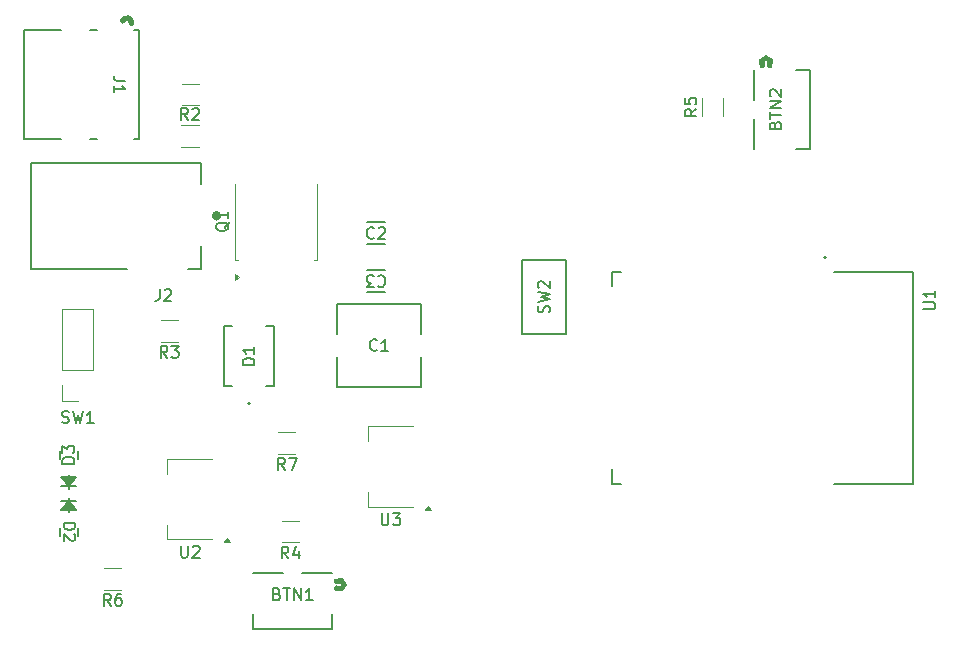
<source format=gbr>
%TF.GenerationSoftware,KiCad,Pcbnew,8.0.6*%
%TF.CreationDate,2024-11-07T12:24:51-05:00*%
%TF.ProjectId,ESP32-Uno-Board-v2,45535033-322d-4556-9e6f-2d426f617264,rev?*%
%TF.SameCoordinates,Original*%
%TF.FileFunction,Legend,Top*%
%TF.FilePolarity,Positive*%
%FSLAX46Y46*%
G04 Gerber Fmt 4.6, Leading zero omitted, Abs format (unit mm)*
G04 Created by KiCad (PCBNEW 8.0.6) date 2024-11-07 12:24:51*
%MOMM*%
%LPD*%
G01*
G04 APERTURE LIST*
%ADD10C,0.150000*%
%ADD11C,0.152400*%
%ADD12C,0.120000*%
%ADD13C,0.508000*%
%ADD14C,0.127000*%
%ADD15C,0.200000*%
%ADD16C,0.400000*%
G04 APERTURE END LIST*
D10*
X138833333Y-119609580D02*
X138785714Y-119657200D01*
X138785714Y-119657200D02*
X138642857Y-119704819D01*
X138642857Y-119704819D02*
X138547619Y-119704819D01*
X138547619Y-119704819D02*
X138404762Y-119657200D01*
X138404762Y-119657200D02*
X138309524Y-119561961D01*
X138309524Y-119561961D02*
X138261905Y-119466723D01*
X138261905Y-119466723D02*
X138214286Y-119276247D01*
X138214286Y-119276247D02*
X138214286Y-119133390D01*
X138214286Y-119133390D02*
X138261905Y-118942914D01*
X138261905Y-118942914D02*
X138309524Y-118847676D01*
X138309524Y-118847676D02*
X138404762Y-118752438D01*
X138404762Y-118752438D02*
X138547619Y-118704819D01*
X138547619Y-118704819D02*
X138642857Y-118704819D01*
X138642857Y-118704819D02*
X138785714Y-118752438D01*
X138785714Y-118752438D02*
X138833333Y-118800057D01*
X139214286Y-118800057D02*
X139261905Y-118752438D01*
X139261905Y-118752438D02*
X139357143Y-118704819D01*
X139357143Y-118704819D02*
X139595238Y-118704819D01*
X139595238Y-118704819D02*
X139690476Y-118752438D01*
X139690476Y-118752438D02*
X139738095Y-118800057D01*
X139738095Y-118800057D02*
X139785714Y-118895295D01*
X139785714Y-118895295D02*
X139785714Y-118990533D01*
X139785714Y-118990533D02*
X139738095Y-119133390D01*
X139738095Y-119133390D02*
X139166667Y-119704819D01*
X139166667Y-119704819D02*
X139785714Y-119704819D01*
X126580057Y-118305238D02*
X126532438Y-118400476D01*
X126532438Y-118400476D02*
X126437200Y-118495714D01*
X126437200Y-118495714D02*
X126294342Y-118638571D01*
X126294342Y-118638571D02*
X126246723Y-118733809D01*
X126246723Y-118733809D02*
X126246723Y-118829047D01*
X126484819Y-118781428D02*
X126437200Y-118876666D01*
X126437200Y-118876666D02*
X126341961Y-118971904D01*
X126341961Y-118971904D02*
X126151485Y-119019523D01*
X126151485Y-119019523D02*
X125818152Y-119019523D01*
X125818152Y-119019523D02*
X125627676Y-118971904D01*
X125627676Y-118971904D02*
X125532438Y-118876666D01*
X125532438Y-118876666D02*
X125484819Y-118781428D01*
X125484819Y-118781428D02*
X125484819Y-118590952D01*
X125484819Y-118590952D02*
X125532438Y-118495714D01*
X125532438Y-118495714D02*
X125627676Y-118400476D01*
X125627676Y-118400476D02*
X125818152Y-118352857D01*
X125818152Y-118352857D02*
X126151485Y-118352857D01*
X126151485Y-118352857D02*
X126341961Y-118400476D01*
X126341961Y-118400476D02*
X126437200Y-118495714D01*
X126437200Y-118495714D02*
X126484819Y-118590952D01*
X126484819Y-118590952D02*
X126484819Y-118781428D01*
X126484819Y-117400476D02*
X126484819Y-117971904D01*
X126484819Y-117686190D02*
X125484819Y-117686190D01*
X125484819Y-117686190D02*
X125627676Y-117781428D01*
X125627676Y-117781428D02*
X125722914Y-117876666D01*
X125722914Y-117876666D02*
X125770533Y-117971904D01*
X116533333Y-150774819D02*
X116200000Y-150298628D01*
X115961905Y-150774819D02*
X115961905Y-149774819D01*
X115961905Y-149774819D02*
X116342857Y-149774819D01*
X116342857Y-149774819D02*
X116438095Y-149822438D01*
X116438095Y-149822438D02*
X116485714Y-149870057D01*
X116485714Y-149870057D02*
X116533333Y-149965295D01*
X116533333Y-149965295D02*
X116533333Y-150108152D01*
X116533333Y-150108152D02*
X116485714Y-150203390D01*
X116485714Y-150203390D02*
X116438095Y-150251009D01*
X116438095Y-150251009D02*
X116342857Y-150298628D01*
X116342857Y-150298628D02*
X115961905Y-150298628D01*
X117390476Y-149774819D02*
X117200000Y-149774819D01*
X117200000Y-149774819D02*
X117104762Y-149822438D01*
X117104762Y-149822438D02*
X117057143Y-149870057D01*
X117057143Y-149870057D02*
X116961905Y-150012914D01*
X116961905Y-150012914D02*
X116914286Y-150203390D01*
X116914286Y-150203390D02*
X116914286Y-150584342D01*
X116914286Y-150584342D02*
X116961905Y-150679580D01*
X116961905Y-150679580D02*
X117009524Y-150727200D01*
X117009524Y-150727200D02*
X117104762Y-150774819D01*
X117104762Y-150774819D02*
X117295238Y-150774819D01*
X117295238Y-150774819D02*
X117390476Y-150727200D01*
X117390476Y-150727200D02*
X117438095Y-150679580D01*
X117438095Y-150679580D02*
X117485714Y-150584342D01*
X117485714Y-150584342D02*
X117485714Y-150346247D01*
X117485714Y-150346247D02*
X117438095Y-150251009D01*
X117438095Y-150251009D02*
X117390476Y-150203390D01*
X117390476Y-150203390D02*
X117295238Y-150155771D01*
X117295238Y-150155771D02*
X117104762Y-150155771D01*
X117104762Y-150155771D02*
X117009524Y-150203390D01*
X117009524Y-150203390D02*
X116961905Y-150251009D01*
X116961905Y-150251009D02*
X116914286Y-150346247D01*
X113454819Y-138738094D02*
X112454819Y-138738094D01*
X112454819Y-138738094D02*
X112454819Y-138499999D01*
X112454819Y-138499999D02*
X112502438Y-138357142D01*
X112502438Y-138357142D02*
X112597676Y-138261904D01*
X112597676Y-138261904D02*
X112692914Y-138214285D01*
X112692914Y-138214285D02*
X112883390Y-138166666D01*
X112883390Y-138166666D02*
X113026247Y-138166666D01*
X113026247Y-138166666D02*
X113216723Y-138214285D01*
X113216723Y-138214285D02*
X113311961Y-138261904D01*
X113311961Y-138261904D02*
X113407200Y-138357142D01*
X113407200Y-138357142D02*
X113454819Y-138499999D01*
X113454819Y-138499999D02*
X113454819Y-138738094D01*
X112454819Y-137833332D02*
X112454819Y-137214285D01*
X112454819Y-137214285D02*
X112835771Y-137547618D01*
X112835771Y-137547618D02*
X112835771Y-137404761D01*
X112835771Y-137404761D02*
X112883390Y-137309523D01*
X112883390Y-137309523D02*
X112931009Y-137261904D01*
X112931009Y-137261904D02*
X113026247Y-137214285D01*
X113026247Y-137214285D02*
X113264342Y-137214285D01*
X113264342Y-137214285D02*
X113359580Y-137261904D01*
X113359580Y-137261904D02*
X113407200Y-137309523D01*
X113407200Y-137309523D02*
X113454819Y-137404761D01*
X113454819Y-137404761D02*
X113454819Y-137690475D01*
X113454819Y-137690475D02*
X113407200Y-137785713D01*
X113407200Y-137785713D02*
X113359580Y-137833332D01*
X139083333Y-129109580D02*
X139035714Y-129157200D01*
X139035714Y-129157200D02*
X138892857Y-129204819D01*
X138892857Y-129204819D02*
X138797619Y-129204819D01*
X138797619Y-129204819D02*
X138654762Y-129157200D01*
X138654762Y-129157200D02*
X138559524Y-129061961D01*
X138559524Y-129061961D02*
X138511905Y-128966723D01*
X138511905Y-128966723D02*
X138464286Y-128776247D01*
X138464286Y-128776247D02*
X138464286Y-128633390D01*
X138464286Y-128633390D02*
X138511905Y-128442914D01*
X138511905Y-128442914D02*
X138559524Y-128347676D01*
X138559524Y-128347676D02*
X138654762Y-128252438D01*
X138654762Y-128252438D02*
X138797619Y-128204819D01*
X138797619Y-128204819D02*
X138892857Y-128204819D01*
X138892857Y-128204819D02*
X139035714Y-128252438D01*
X139035714Y-128252438D02*
X139083333Y-128300057D01*
X140035714Y-129204819D02*
X139464286Y-129204819D01*
X139750000Y-129204819D02*
X139750000Y-128204819D01*
X139750000Y-128204819D02*
X139654762Y-128347676D01*
X139654762Y-128347676D02*
X139559524Y-128442914D01*
X139559524Y-128442914D02*
X139464286Y-128490533D01*
X153657200Y-125947832D02*
X153704819Y-125804975D01*
X153704819Y-125804975D02*
X153704819Y-125566880D01*
X153704819Y-125566880D02*
X153657200Y-125471642D01*
X153657200Y-125471642D02*
X153609580Y-125424023D01*
X153609580Y-125424023D02*
X153514342Y-125376404D01*
X153514342Y-125376404D02*
X153419104Y-125376404D01*
X153419104Y-125376404D02*
X153323866Y-125424023D01*
X153323866Y-125424023D02*
X153276247Y-125471642D01*
X153276247Y-125471642D02*
X153228628Y-125566880D01*
X153228628Y-125566880D02*
X153181009Y-125757356D01*
X153181009Y-125757356D02*
X153133390Y-125852594D01*
X153133390Y-125852594D02*
X153085771Y-125900213D01*
X153085771Y-125900213D02*
X152990533Y-125947832D01*
X152990533Y-125947832D02*
X152895295Y-125947832D01*
X152895295Y-125947832D02*
X152800057Y-125900213D01*
X152800057Y-125900213D02*
X152752438Y-125852594D01*
X152752438Y-125852594D02*
X152704819Y-125757356D01*
X152704819Y-125757356D02*
X152704819Y-125519261D01*
X152704819Y-125519261D02*
X152752438Y-125376404D01*
X152704819Y-125043070D02*
X153704819Y-124804975D01*
X153704819Y-124804975D02*
X152990533Y-124614499D01*
X152990533Y-124614499D02*
X153704819Y-124424023D01*
X153704819Y-124424023D02*
X152704819Y-124185928D01*
X152800057Y-123852594D02*
X152752438Y-123804975D01*
X152752438Y-123804975D02*
X152704819Y-123709737D01*
X152704819Y-123709737D02*
X152704819Y-123471642D01*
X152704819Y-123471642D02*
X152752438Y-123376404D01*
X152752438Y-123376404D02*
X152800057Y-123328785D01*
X152800057Y-123328785D02*
X152895295Y-123281166D01*
X152895295Y-123281166D02*
X152990533Y-123281166D01*
X152990533Y-123281166D02*
X153133390Y-123328785D01*
X153133390Y-123328785D02*
X153704819Y-123900213D01*
X153704819Y-123900213D02*
X153704819Y-123281166D01*
X166134819Y-108716666D02*
X165658628Y-109049999D01*
X166134819Y-109288094D02*
X165134819Y-109288094D01*
X165134819Y-109288094D02*
X165134819Y-108907142D01*
X165134819Y-108907142D02*
X165182438Y-108811904D01*
X165182438Y-108811904D02*
X165230057Y-108764285D01*
X165230057Y-108764285D02*
X165325295Y-108716666D01*
X165325295Y-108716666D02*
X165468152Y-108716666D01*
X165468152Y-108716666D02*
X165563390Y-108764285D01*
X165563390Y-108764285D02*
X165611009Y-108811904D01*
X165611009Y-108811904D02*
X165658628Y-108907142D01*
X165658628Y-108907142D02*
X165658628Y-109288094D01*
X165134819Y-107811904D02*
X165134819Y-108288094D01*
X165134819Y-108288094D02*
X165611009Y-108335713D01*
X165611009Y-108335713D02*
X165563390Y-108288094D01*
X165563390Y-108288094D02*
X165515771Y-108192856D01*
X165515771Y-108192856D02*
X165515771Y-107954761D01*
X165515771Y-107954761D02*
X165563390Y-107859523D01*
X165563390Y-107859523D02*
X165611009Y-107811904D01*
X165611009Y-107811904D02*
X165706247Y-107764285D01*
X165706247Y-107764285D02*
X165944342Y-107764285D01*
X165944342Y-107764285D02*
X166039580Y-107811904D01*
X166039580Y-107811904D02*
X166087200Y-107859523D01*
X166087200Y-107859523D02*
X166134819Y-107954761D01*
X166134819Y-107954761D02*
X166134819Y-108192856D01*
X166134819Y-108192856D02*
X166087200Y-108288094D01*
X166087200Y-108288094D02*
X166039580Y-108335713D01*
X131283333Y-139274819D02*
X130950000Y-138798628D01*
X130711905Y-139274819D02*
X130711905Y-138274819D01*
X130711905Y-138274819D02*
X131092857Y-138274819D01*
X131092857Y-138274819D02*
X131188095Y-138322438D01*
X131188095Y-138322438D02*
X131235714Y-138370057D01*
X131235714Y-138370057D02*
X131283333Y-138465295D01*
X131283333Y-138465295D02*
X131283333Y-138608152D01*
X131283333Y-138608152D02*
X131235714Y-138703390D01*
X131235714Y-138703390D02*
X131188095Y-138751009D01*
X131188095Y-138751009D02*
X131092857Y-138798628D01*
X131092857Y-138798628D02*
X130711905Y-138798628D01*
X131616667Y-138274819D02*
X132283333Y-138274819D01*
X132283333Y-138274819D02*
X131854762Y-139274819D01*
X112545180Y-143765205D02*
X113545180Y-143765205D01*
X113545180Y-143765205D02*
X113545180Y-144003300D01*
X113545180Y-144003300D02*
X113497561Y-144146157D01*
X113497561Y-144146157D02*
X113402323Y-144241395D01*
X113402323Y-144241395D02*
X113307085Y-144289014D01*
X113307085Y-144289014D02*
X113116609Y-144336633D01*
X113116609Y-144336633D02*
X112973752Y-144336633D01*
X112973752Y-144336633D02*
X112783276Y-144289014D01*
X112783276Y-144289014D02*
X112688038Y-144241395D01*
X112688038Y-144241395D02*
X112592800Y-144146157D01*
X112592800Y-144146157D02*
X112545180Y-144003300D01*
X112545180Y-144003300D02*
X112545180Y-143765205D01*
X113449942Y-144717586D02*
X113497561Y-144765205D01*
X113497561Y-144765205D02*
X113545180Y-144860443D01*
X113545180Y-144860443D02*
X113545180Y-145098538D01*
X113545180Y-145098538D02*
X113497561Y-145193776D01*
X113497561Y-145193776D02*
X113449942Y-145241395D01*
X113449942Y-145241395D02*
X113354704Y-145289014D01*
X113354704Y-145289014D02*
X113259466Y-145289014D01*
X113259466Y-145289014D02*
X113116609Y-145241395D01*
X113116609Y-145241395D02*
X112545180Y-144669967D01*
X112545180Y-144669967D02*
X112545180Y-145289014D01*
X139488095Y-142954819D02*
X139488095Y-143764342D01*
X139488095Y-143764342D02*
X139535714Y-143859580D01*
X139535714Y-143859580D02*
X139583333Y-143907200D01*
X139583333Y-143907200D02*
X139678571Y-143954819D01*
X139678571Y-143954819D02*
X139869047Y-143954819D01*
X139869047Y-143954819D02*
X139964285Y-143907200D01*
X139964285Y-143907200D02*
X140011904Y-143859580D01*
X140011904Y-143859580D02*
X140059523Y-143764342D01*
X140059523Y-143764342D02*
X140059523Y-142954819D01*
X140440476Y-142954819D02*
X141059523Y-142954819D01*
X141059523Y-142954819D02*
X140726190Y-143335771D01*
X140726190Y-143335771D02*
X140869047Y-143335771D01*
X140869047Y-143335771D02*
X140964285Y-143383390D01*
X140964285Y-143383390D02*
X141011904Y-143431009D01*
X141011904Y-143431009D02*
X141059523Y-143526247D01*
X141059523Y-143526247D02*
X141059523Y-143764342D01*
X141059523Y-143764342D02*
X141011904Y-143859580D01*
X141011904Y-143859580D02*
X140964285Y-143907200D01*
X140964285Y-143907200D02*
X140869047Y-143954819D01*
X140869047Y-143954819D02*
X140583333Y-143954819D01*
X140583333Y-143954819D02*
X140488095Y-143907200D01*
X140488095Y-143907200D02*
X140440476Y-143859580D01*
X130640477Y-149781010D02*
X130783334Y-149828629D01*
X130783334Y-149828629D02*
X130830953Y-149876248D01*
X130830953Y-149876248D02*
X130878572Y-149971486D01*
X130878572Y-149971486D02*
X130878572Y-150114343D01*
X130878572Y-150114343D02*
X130830953Y-150209581D01*
X130830953Y-150209581D02*
X130783334Y-150257201D01*
X130783334Y-150257201D02*
X130688096Y-150304820D01*
X130688096Y-150304820D02*
X130307144Y-150304820D01*
X130307144Y-150304820D02*
X130307144Y-149304820D01*
X130307144Y-149304820D02*
X130640477Y-149304820D01*
X130640477Y-149304820D02*
X130735715Y-149352439D01*
X130735715Y-149352439D02*
X130783334Y-149400058D01*
X130783334Y-149400058D02*
X130830953Y-149495296D01*
X130830953Y-149495296D02*
X130830953Y-149590534D01*
X130830953Y-149590534D02*
X130783334Y-149685772D01*
X130783334Y-149685772D02*
X130735715Y-149733391D01*
X130735715Y-149733391D02*
X130640477Y-149781010D01*
X130640477Y-149781010D02*
X130307144Y-149781010D01*
X131164287Y-149304820D02*
X131735715Y-149304820D01*
X131450001Y-150304820D02*
X131450001Y-149304820D01*
X132069049Y-150304820D02*
X132069049Y-149304820D01*
X132069049Y-149304820D02*
X132640477Y-150304820D01*
X132640477Y-150304820D02*
X132640477Y-149304820D01*
X133640477Y-150304820D02*
X133069049Y-150304820D01*
X133354763Y-150304820D02*
X133354763Y-149304820D01*
X133354763Y-149304820D02*
X133259525Y-149447677D01*
X133259525Y-149447677D02*
X133164287Y-149542915D01*
X133164287Y-149542915D02*
X133069049Y-149590534D01*
X112416667Y-135257200D02*
X112559524Y-135304819D01*
X112559524Y-135304819D02*
X112797619Y-135304819D01*
X112797619Y-135304819D02*
X112892857Y-135257200D01*
X112892857Y-135257200D02*
X112940476Y-135209580D01*
X112940476Y-135209580D02*
X112988095Y-135114342D01*
X112988095Y-135114342D02*
X112988095Y-135019104D01*
X112988095Y-135019104D02*
X112940476Y-134923866D01*
X112940476Y-134923866D02*
X112892857Y-134876247D01*
X112892857Y-134876247D02*
X112797619Y-134828628D01*
X112797619Y-134828628D02*
X112607143Y-134781009D01*
X112607143Y-134781009D02*
X112511905Y-134733390D01*
X112511905Y-134733390D02*
X112464286Y-134685771D01*
X112464286Y-134685771D02*
X112416667Y-134590533D01*
X112416667Y-134590533D02*
X112416667Y-134495295D01*
X112416667Y-134495295D02*
X112464286Y-134400057D01*
X112464286Y-134400057D02*
X112511905Y-134352438D01*
X112511905Y-134352438D02*
X112607143Y-134304819D01*
X112607143Y-134304819D02*
X112845238Y-134304819D01*
X112845238Y-134304819D02*
X112988095Y-134352438D01*
X113321429Y-134304819D02*
X113559524Y-135304819D01*
X113559524Y-135304819D02*
X113750000Y-134590533D01*
X113750000Y-134590533D02*
X113940476Y-135304819D01*
X113940476Y-135304819D02*
X114178572Y-134304819D01*
X115083333Y-135304819D02*
X114511905Y-135304819D01*
X114797619Y-135304819D02*
X114797619Y-134304819D01*
X114797619Y-134304819D02*
X114702381Y-134447676D01*
X114702381Y-134447676D02*
X114607143Y-134542914D01*
X114607143Y-134542914D02*
X114511905Y-134590533D01*
X122488095Y-145704819D02*
X122488095Y-146514342D01*
X122488095Y-146514342D02*
X122535714Y-146609580D01*
X122535714Y-146609580D02*
X122583333Y-146657200D01*
X122583333Y-146657200D02*
X122678571Y-146704819D01*
X122678571Y-146704819D02*
X122869047Y-146704819D01*
X122869047Y-146704819D02*
X122964285Y-146657200D01*
X122964285Y-146657200D02*
X123011904Y-146609580D01*
X123011904Y-146609580D02*
X123059523Y-146514342D01*
X123059523Y-146514342D02*
X123059523Y-145704819D01*
X123488095Y-145800057D02*
X123535714Y-145752438D01*
X123535714Y-145752438D02*
X123630952Y-145704819D01*
X123630952Y-145704819D02*
X123869047Y-145704819D01*
X123869047Y-145704819D02*
X123964285Y-145752438D01*
X123964285Y-145752438D02*
X124011904Y-145800057D01*
X124011904Y-145800057D02*
X124059523Y-145895295D01*
X124059523Y-145895295D02*
X124059523Y-145990533D01*
X124059523Y-145990533D02*
X124011904Y-146133390D01*
X124011904Y-146133390D02*
X123440476Y-146704819D01*
X123440476Y-146704819D02*
X124059523Y-146704819D01*
X185339819Y-125671904D02*
X186149342Y-125671904D01*
X186149342Y-125671904D02*
X186244580Y-125624285D01*
X186244580Y-125624285D02*
X186292200Y-125576666D01*
X186292200Y-125576666D02*
X186339819Y-125481428D01*
X186339819Y-125481428D02*
X186339819Y-125290952D01*
X186339819Y-125290952D02*
X186292200Y-125195714D01*
X186292200Y-125195714D02*
X186244580Y-125148095D01*
X186244580Y-125148095D02*
X186149342Y-125100476D01*
X186149342Y-125100476D02*
X185339819Y-125100476D01*
X186339819Y-124100476D02*
X186339819Y-124671904D01*
X186339819Y-124386190D02*
X185339819Y-124386190D01*
X185339819Y-124386190D02*
X185482676Y-124481428D01*
X185482676Y-124481428D02*
X185577914Y-124576666D01*
X185577914Y-124576666D02*
X185625533Y-124671904D01*
X131583333Y-146774819D02*
X131250000Y-146298628D01*
X131011905Y-146774819D02*
X131011905Y-145774819D01*
X131011905Y-145774819D02*
X131392857Y-145774819D01*
X131392857Y-145774819D02*
X131488095Y-145822438D01*
X131488095Y-145822438D02*
X131535714Y-145870057D01*
X131535714Y-145870057D02*
X131583333Y-145965295D01*
X131583333Y-145965295D02*
X131583333Y-146108152D01*
X131583333Y-146108152D02*
X131535714Y-146203390D01*
X131535714Y-146203390D02*
X131488095Y-146251009D01*
X131488095Y-146251009D02*
X131392857Y-146298628D01*
X131392857Y-146298628D02*
X131011905Y-146298628D01*
X132440476Y-146108152D02*
X132440476Y-146774819D01*
X132202381Y-145727200D02*
X131964286Y-146441485D01*
X131964286Y-146441485D02*
X132583333Y-146441485D01*
X120679912Y-123973680D02*
X120679912Y-124688410D01*
X120679912Y-124688410D02*
X120632263Y-124831356D01*
X120632263Y-124831356D02*
X120536966Y-124926654D01*
X120536966Y-124926654D02*
X120394020Y-124974302D01*
X120394020Y-124974302D02*
X120298723Y-124974302D01*
X121108750Y-124068978D02*
X121156399Y-124021329D01*
X121156399Y-124021329D02*
X121251696Y-123973680D01*
X121251696Y-123973680D02*
X121489940Y-123973680D01*
X121489940Y-123973680D02*
X121585237Y-124021329D01*
X121585237Y-124021329D02*
X121632886Y-124068978D01*
X121632886Y-124068978D02*
X121680534Y-124164275D01*
X121680534Y-124164275D02*
X121680534Y-124259572D01*
X121680534Y-124259572D02*
X121632886Y-124402518D01*
X121632886Y-124402518D02*
X121061102Y-124974302D01*
X121061102Y-124974302D02*
X121680534Y-124974302D01*
X172806010Y-110059523D02*
X172853629Y-109916666D01*
X172853629Y-109916666D02*
X172901248Y-109869047D01*
X172901248Y-109869047D02*
X172996486Y-109821428D01*
X172996486Y-109821428D02*
X173139343Y-109821428D01*
X173139343Y-109821428D02*
X173234581Y-109869047D01*
X173234581Y-109869047D02*
X173282201Y-109916666D01*
X173282201Y-109916666D02*
X173329820Y-110011904D01*
X173329820Y-110011904D02*
X173329820Y-110392856D01*
X173329820Y-110392856D02*
X172329820Y-110392856D01*
X172329820Y-110392856D02*
X172329820Y-110059523D01*
X172329820Y-110059523D02*
X172377439Y-109964285D01*
X172377439Y-109964285D02*
X172425058Y-109916666D01*
X172425058Y-109916666D02*
X172520296Y-109869047D01*
X172520296Y-109869047D02*
X172615534Y-109869047D01*
X172615534Y-109869047D02*
X172710772Y-109916666D01*
X172710772Y-109916666D02*
X172758391Y-109964285D01*
X172758391Y-109964285D02*
X172806010Y-110059523D01*
X172806010Y-110059523D02*
X172806010Y-110392856D01*
X172329820Y-109535713D02*
X172329820Y-108964285D01*
X173329820Y-109249999D02*
X172329820Y-109249999D01*
X173329820Y-108630951D02*
X172329820Y-108630951D01*
X172329820Y-108630951D02*
X173329820Y-108059523D01*
X173329820Y-108059523D02*
X172329820Y-108059523D01*
X172425058Y-107630951D02*
X172377439Y-107583332D01*
X172377439Y-107583332D02*
X172329820Y-107488094D01*
X172329820Y-107488094D02*
X172329820Y-107249999D01*
X172329820Y-107249999D02*
X172377439Y-107154761D01*
X172377439Y-107154761D02*
X172425058Y-107107142D01*
X172425058Y-107107142D02*
X172520296Y-107059523D01*
X172520296Y-107059523D02*
X172615534Y-107059523D01*
X172615534Y-107059523D02*
X172758391Y-107107142D01*
X172758391Y-107107142D02*
X173329820Y-107678570D01*
X173329820Y-107678570D02*
X173329820Y-107059523D01*
X139166666Y-122890419D02*
X139214285Y-122842800D01*
X139214285Y-122842800D02*
X139357142Y-122795180D01*
X139357142Y-122795180D02*
X139452380Y-122795180D01*
X139452380Y-122795180D02*
X139595237Y-122842800D01*
X139595237Y-122842800D02*
X139690475Y-122938038D01*
X139690475Y-122938038D02*
X139738094Y-123033276D01*
X139738094Y-123033276D02*
X139785713Y-123223752D01*
X139785713Y-123223752D02*
X139785713Y-123366609D01*
X139785713Y-123366609D02*
X139738094Y-123557085D01*
X139738094Y-123557085D02*
X139690475Y-123652323D01*
X139690475Y-123652323D02*
X139595237Y-123747561D01*
X139595237Y-123747561D02*
X139452380Y-123795180D01*
X139452380Y-123795180D02*
X139357142Y-123795180D01*
X139357142Y-123795180D02*
X139214285Y-123747561D01*
X139214285Y-123747561D02*
X139166666Y-123699942D01*
X138833332Y-123795180D02*
X138214285Y-123795180D01*
X138214285Y-123795180D02*
X138547618Y-123414228D01*
X138547618Y-123414228D02*
X138404761Y-123414228D01*
X138404761Y-123414228D02*
X138309523Y-123366609D01*
X138309523Y-123366609D02*
X138261904Y-123318990D01*
X138261904Y-123318990D02*
X138214285Y-123223752D01*
X138214285Y-123223752D02*
X138214285Y-122985657D01*
X138214285Y-122985657D02*
X138261904Y-122890419D01*
X138261904Y-122890419D02*
X138309523Y-122842800D01*
X138309523Y-122842800D02*
X138404761Y-122795180D01*
X138404761Y-122795180D02*
X138690475Y-122795180D01*
X138690475Y-122795180D02*
X138785713Y-122842800D01*
X138785713Y-122842800D02*
X138833332Y-122890419D01*
X123083333Y-109634819D02*
X122750000Y-109158628D01*
X122511905Y-109634819D02*
X122511905Y-108634819D01*
X122511905Y-108634819D02*
X122892857Y-108634819D01*
X122892857Y-108634819D02*
X122988095Y-108682438D01*
X122988095Y-108682438D02*
X123035714Y-108730057D01*
X123035714Y-108730057D02*
X123083333Y-108825295D01*
X123083333Y-108825295D02*
X123083333Y-108968152D01*
X123083333Y-108968152D02*
X123035714Y-109063390D01*
X123035714Y-109063390D02*
X122988095Y-109111009D01*
X122988095Y-109111009D02*
X122892857Y-109158628D01*
X122892857Y-109158628D02*
X122511905Y-109158628D01*
X123464286Y-108730057D02*
X123511905Y-108682438D01*
X123511905Y-108682438D02*
X123607143Y-108634819D01*
X123607143Y-108634819D02*
X123845238Y-108634819D01*
X123845238Y-108634819D02*
X123940476Y-108682438D01*
X123940476Y-108682438D02*
X123988095Y-108730057D01*
X123988095Y-108730057D02*
X124035714Y-108825295D01*
X124035714Y-108825295D02*
X124035714Y-108920533D01*
X124035714Y-108920533D02*
X123988095Y-109063390D01*
X123988095Y-109063390D02*
X123416667Y-109634819D01*
X123416667Y-109634819D02*
X124035714Y-109634819D01*
X121333333Y-129774819D02*
X121000000Y-129298628D01*
X120761905Y-129774819D02*
X120761905Y-128774819D01*
X120761905Y-128774819D02*
X121142857Y-128774819D01*
X121142857Y-128774819D02*
X121238095Y-128822438D01*
X121238095Y-128822438D02*
X121285714Y-128870057D01*
X121285714Y-128870057D02*
X121333333Y-128965295D01*
X121333333Y-128965295D02*
X121333333Y-129108152D01*
X121333333Y-129108152D02*
X121285714Y-129203390D01*
X121285714Y-129203390D02*
X121238095Y-129251009D01*
X121238095Y-129251009D02*
X121142857Y-129298628D01*
X121142857Y-129298628D02*
X120761905Y-129298628D01*
X121666667Y-128774819D02*
X122285714Y-128774819D01*
X122285714Y-128774819D02*
X121952381Y-129155771D01*
X121952381Y-129155771D02*
X122095238Y-129155771D01*
X122095238Y-129155771D02*
X122190476Y-129203390D01*
X122190476Y-129203390D02*
X122238095Y-129251009D01*
X122238095Y-129251009D02*
X122285714Y-129346247D01*
X122285714Y-129346247D02*
X122285714Y-129584342D01*
X122285714Y-129584342D02*
X122238095Y-129679580D01*
X122238095Y-129679580D02*
X122190476Y-129727200D01*
X122190476Y-129727200D02*
X122095238Y-129774819D01*
X122095238Y-129774819D02*
X121809524Y-129774819D01*
X121809524Y-129774819D02*
X121714286Y-129727200D01*
X121714286Y-129727200D02*
X121666667Y-129679580D01*
X117787746Y-106306110D02*
X117073461Y-106306110D01*
X117073461Y-106306110D02*
X116930604Y-106258491D01*
X116930604Y-106258491D02*
X116835366Y-106163253D01*
X116835366Y-106163253D02*
X116787746Y-106020396D01*
X116787746Y-106020396D02*
X116787746Y-105925158D01*
X116787746Y-107306110D02*
X116787746Y-106734682D01*
X116787746Y-107020396D02*
X117787746Y-107020396D01*
X117787746Y-107020396D02*
X117644889Y-106925158D01*
X117644889Y-106925158D02*
X117549651Y-106829920D01*
X117549651Y-106829920D02*
X117502032Y-106734682D01*
X128704819Y-130382494D02*
X127704819Y-130382494D01*
X127704819Y-130382494D02*
X127704819Y-130144399D01*
X127704819Y-130144399D02*
X127752438Y-130001542D01*
X127752438Y-130001542D02*
X127847676Y-129906304D01*
X127847676Y-129906304D02*
X127942914Y-129858685D01*
X127942914Y-129858685D02*
X128133390Y-129811066D01*
X128133390Y-129811066D02*
X128276247Y-129811066D01*
X128276247Y-129811066D02*
X128466723Y-129858685D01*
X128466723Y-129858685D02*
X128561961Y-129906304D01*
X128561961Y-129906304D02*
X128657200Y-130001542D01*
X128657200Y-130001542D02*
X128704819Y-130144399D01*
X128704819Y-130144399D02*
X128704819Y-130382494D01*
X128704819Y-128858685D02*
X128704819Y-129430113D01*
X128704819Y-129144399D02*
X127704819Y-129144399D01*
X127704819Y-129144399D02*
X127847676Y-129239637D01*
X127847676Y-129239637D02*
X127942914Y-129334875D01*
X127942914Y-129334875D02*
X127990533Y-129430113D01*
D11*
%TO.C,C2*%
X138207549Y-120177000D02*
X139792451Y-120177000D01*
X139792451Y-118323000D02*
X138207549Y-118323000D01*
D12*
%TO.C,Q1*%
X127080000Y-115100000D02*
X127080000Y-121520000D01*
X127080000Y-121520000D02*
X127350000Y-121520000D01*
X133980000Y-115100000D02*
X133980000Y-121520000D01*
X133980000Y-121520000D02*
X133710000Y-121520000D01*
X127390000Y-122940000D02*
X127060000Y-123180000D01*
X127060000Y-122700000D01*
X127390000Y-122940000D01*
G36*
X127390000Y-122940000D02*
G01*
X127060000Y-123180000D01*
X127060000Y-122700000D01*
X127390000Y-122940000D01*
G37*
%TO.C,R6*%
X117427064Y-147590000D02*
X115972936Y-147590000D01*
X117427064Y-149410000D02*
X115972936Y-149410000D01*
D11*
%TO.C,D3*%
X112250700Y-137659850D02*
X112250700Y-138340150D01*
X112365000Y-139866900D02*
X113635000Y-139866900D01*
X112365000Y-140628900D02*
X113635000Y-140628900D01*
X113000000Y-139691640D02*
X113000000Y-140882900D01*
X113000000Y-140628900D02*
X112365000Y-139866900D01*
X113000000Y-140628900D02*
X112492000Y-139866900D01*
X113000000Y-140628900D02*
X112619000Y-139866900D01*
X113000000Y-140628900D02*
X112746000Y-139866900D01*
X113000000Y-140628900D02*
X112873000Y-139866900D01*
X113000000Y-140628900D02*
X113127000Y-139866900D01*
X113000000Y-140628900D02*
X113254000Y-139866900D01*
X113000000Y-140628900D02*
X113381000Y-139866900D01*
X113000000Y-140628900D02*
X113508000Y-139866900D01*
X113000000Y-140628900D02*
X113635000Y-139866900D01*
X113749300Y-138340150D02*
X113749300Y-137659850D01*
%TO.C,C1*%
X135719400Y-125219400D02*
X135719400Y-127807660D01*
X135719400Y-129692340D02*
X135719400Y-132280600D01*
X135719400Y-132280600D02*
X142780600Y-132280600D01*
X142780600Y-125219400D02*
X135719400Y-125219400D01*
X142780600Y-127807660D02*
X142780600Y-125219400D01*
X142780600Y-132280600D02*
X142780600Y-129692340D01*
%TO.C,SW2*%
X151370400Y-121490300D02*
X151370400Y-127738700D01*
X151370400Y-127738700D02*
X155129600Y-127738700D01*
X155129600Y-121490300D02*
X151370400Y-121490300D01*
X155129600Y-127738700D02*
X155129600Y-121490300D01*
D12*
%TO.C,R5*%
X166590000Y-109277064D02*
X166590000Y-107822936D01*
X168410000Y-109277064D02*
X168410000Y-107822936D01*
%TO.C,R7*%
X132177064Y-136090000D02*
X130722936Y-136090000D01*
X132177064Y-137910000D02*
X130722936Y-137910000D01*
D11*
%TO.C,D2*%
X112250700Y-144163150D02*
X112250700Y-144843450D01*
X113000000Y-141874400D02*
X112365000Y-142636400D01*
X113000000Y-141874400D02*
X112492000Y-142636400D01*
X113000000Y-141874400D02*
X112619000Y-142636400D01*
X113000000Y-141874400D02*
X112746000Y-142636400D01*
X113000000Y-141874400D02*
X112873000Y-142636400D01*
X113000000Y-141874400D02*
X113127000Y-142636400D01*
X113000000Y-141874400D02*
X113254000Y-142636400D01*
X113000000Y-141874400D02*
X113381000Y-142636400D01*
X113000000Y-141874400D02*
X113508000Y-142636400D01*
X113000000Y-141874400D02*
X113635000Y-142636400D01*
X113000000Y-142811660D02*
X113000000Y-141620400D01*
X113635000Y-141874400D02*
X112365000Y-141874400D01*
X113635000Y-142636400D02*
X112365000Y-142636400D01*
X113749300Y-144843450D02*
X113749300Y-144163150D01*
D12*
%TO.C,U3*%
X138340000Y-135590000D02*
X138340000Y-136850000D01*
X138340000Y-142410000D02*
X138340000Y-141150000D01*
X142100000Y-135590000D02*
X138340000Y-135590000D01*
X142100000Y-142410000D02*
X138340000Y-142410000D01*
X143620000Y-142640000D02*
X143140000Y-142640000D01*
X143380000Y-142310000D01*
X143620000Y-142640000D01*
G36*
X143620000Y-142640000D02*
G01*
X143140000Y-142640000D01*
X143380000Y-142310000D01*
X143620000Y-142640000D01*
G37*
D11*
%TO.C,BTN1*%
X128622601Y-151509924D02*
X128622601Y-152722802D01*
X128622601Y-152722802D02*
X135277401Y-152722802D01*
X131122645Y-147973001D02*
X128622601Y-147973001D01*
X135277401Y-147973001D02*
X132777357Y-147973001D01*
X135277401Y-152722802D02*
X135277401Y-151509924D01*
D13*
X135679640Y-148698366D02*
G75*
G02*
X136293401Y-149000001I232761J-301635D01*
G01*
X136293401Y-149000002D02*
G75*
G02*
X135679640Y-149301636I-381000J1D01*
G01*
D12*
%TO.C,R1*%
X122572936Y-106590000D02*
X124027064Y-106590000D01*
X122572936Y-108410000D02*
X124027064Y-108410000D01*
%TO.C,SW1*%
X112420000Y-130810000D02*
X112420000Y-125670000D01*
X112420000Y-133410000D02*
X112420000Y-132080000D01*
X113750000Y-133410000D02*
X112420000Y-133410000D01*
X115080000Y-125670000D02*
X112420000Y-125670000D01*
X115080000Y-130810000D02*
X112420000Y-130810000D01*
X115080000Y-130810000D02*
X115080000Y-125670000D01*
%TO.C,U2*%
X121340000Y-138340000D02*
X121340000Y-139600000D01*
X121340000Y-145160000D02*
X121340000Y-143900000D01*
X125100000Y-138340000D02*
X121340000Y-138340000D01*
X125100000Y-145160000D02*
X121340000Y-145160000D01*
X126620000Y-145390000D02*
X126140000Y-145390000D01*
X126380000Y-145060000D01*
X126620000Y-145390000D01*
G36*
X126620000Y-145390000D02*
G01*
X126140000Y-145390000D01*
X126380000Y-145060000D01*
X126620000Y-145390000D01*
G37*
D14*
%TO.C,U1*%
X159000000Y-122485000D02*
X159000000Y-123730000D01*
X159000000Y-140485000D02*
X159000000Y-139240000D01*
X159730000Y-122485000D02*
X159000000Y-122485000D01*
X159730000Y-140485000D02*
X159000000Y-140485000D01*
X177780000Y-122485000D02*
X184500000Y-122485000D01*
X184500000Y-122485000D02*
X184500000Y-140485000D01*
X184500000Y-140485000D02*
X177780000Y-140485000D01*
D15*
X177110000Y-121285000D02*
G75*
G02*
X176910000Y-121285000I-100000J0D01*
G01*
X176910000Y-121285000D02*
G75*
G02*
X177110000Y-121285000I100000J0D01*
G01*
D12*
%TO.C,R4*%
X132477064Y-143590000D02*
X131022936Y-143590000D01*
X132477064Y-145410000D02*
X131022936Y-145410000D01*
D14*
%TO.C,J2*%
X109800000Y-113250000D02*
X124200000Y-113250000D01*
X109800000Y-122250000D02*
X109800000Y-113250000D01*
X117950000Y-122250000D02*
X109800000Y-122250000D01*
X124200000Y-113250000D02*
X124200000Y-115100000D01*
X124200000Y-120300000D02*
X124200000Y-122250000D01*
X124200000Y-122250000D02*
X123050000Y-122250000D01*
D16*
X125700000Y-117750000D02*
G75*
G02*
X125300000Y-117750000I-200000J0D01*
G01*
X125300000Y-117750000D02*
G75*
G02*
X125700000Y-117750000I200000J0D01*
G01*
D11*
%TO.C,BTN2*%
X170998001Y-105422600D02*
X170998001Y-107922644D01*
X170998001Y-109577356D02*
X170998001Y-112077400D01*
X174534924Y-112077400D02*
X175747802Y-112077400D01*
X175747802Y-105422600D02*
X174534924Y-105422600D01*
X175747802Y-112077400D02*
X175747802Y-105422600D01*
D13*
X171723366Y-105020361D02*
G75*
G02*
X172025001Y-104406600I301635J232761D01*
G01*
X172025002Y-104406600D02*
G75*
G02*
X172326636Y-105020361I-1J-381000D01*
G01*
D11*
%TO.C,C3*%
X138207549Y-124177000D02*
X139792451Y-124177000D01*
X139792451Y-122323000D02*
X138207549Y-122323000D01*
D12*
%TO.C,R2*%
X122522936Y-110090000D02*
X123977064Y-110090000D01*
X122522936Y-111910000D02*
X123977064Y-111910000D01*
%TO.C,R3*%
X122227064Y-126590000D02*
X120772936Y-126590000D01*
X122227064Y-128410000D02*
X120772936Y-128410000D01*
D11*
%TO.C,J1*%
X109176367Y-102042044D02*
X109176367Y-111236844D01*
X109176367Y-111236844D02*
X112309964Y-111236844D01*
X112309964Y-102042044D02*
X109176367Y-102042044D01*
X114795167Y-111236844D02*
X115339365Y-111236844D01*
X115339359Y-102042044D02*
X114795167Y-102042044D01*
X118535768Y-111236844D02*
X118904566Y-111236844D01*
X118904566Y-102042044D02*
X118535772Y-102042044D01*
X118904566Y-111236844D02*
X118904566Y-102042044D01*
D13*
X117572694Y-101245104D02*
G75*
G02*
X118297423Y-101436544I344872J-161940D01*
G01*
D11*
%TO.C,D1*%
X126154500Y-127091700D02*
X126154500Y-132197100D01*
X126154500Y-132197100D02*
X126786960Y-132197100D01*
X126786960Y-127091700D02*
X126154500Y-127091700D01*
X129713040Y-132197100D02*
X130345500Y-132197100D01*
X130345500Y-127091700D02*
X129713040Y-127091700D01*
X130345500Y-132197100D02*
X130345500Y-127091700D01*
X128326200Y-133632200D02*
G75*
G02*
X128173800Y-133632200I-76200J0D01*
G01*
X128173800Y-133632200D02*
G75*
G02*
X128326200Y-133632200I76200J0D01*
G01*
%TD*%
M02*

</source>
